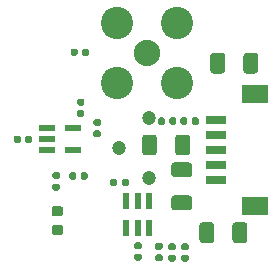
<source format=gbr>
G04 #@! TF.GenerationSoftware,KiCad,Pcbnew,(5.99.0-2215-gb084305b1)*
G04 #@! TF.CreationDate,2020-09-12T17:30:21-04:00*
G04 #@! TF.ProjectId,kicad-sipm,6b696361-642d-4736-9970-6d2e6b696361,rev?*
G04 #@! TF.SameCoordinates,Original*
G04 #@! TF.FileFunction,Soldermask,Top*
G04 #@! TF.FilePolarity,Negative*
%FSLAX46Y46*%
G04 Gerber Fmt 4.6, Leading zero omitted, Abs format (unit mm)*
G04 Created by KiCad (PCBNEW (5.99.0-2215-gb084305b1)) date 2020-09-12 17:30:21*
%MOMM*%
%LPD*%
G01*
G04 APERTURE LIST*
%ADD10R,1.473200X0.558800*%
%ADD11R,0.558800X1.473200*%
%ADD12C,2.240000*%
%ADD13C,2.740000*%
%ADD14R,2.209800X1.600200*%
%ADD15R,1.778000X0.711200*%
%ADD16C,1.200000*%
G04 APERTURE END LIST*
D10*
X91375000Y-98274999D03*
X91375000Y-99225000D03*
X91375000Y-100175001D03*
X93610200Y-100175001D03*
X93610200Y-98274999D03*
D11*
X98124999Y-106742600D03*
X99075000Y-106742600D03*
X100025001Y-106742600D03*
X100025001Y-104507400D03*
X99075000Y-104507400D03*
X98124999Y-104507400D03*
G36*
G01*
X93985000Y-91727500D02*
X93985000Y-92072500D01*
G75*
G02*
X93837500Y-92220000I-147500J0D01*
G01*
X93542500Y-92220000D01*
G75*
G02*
X93395000Y-92072500I0J147500D01*
G01*
X93395000Y-91727500D01*
G75*
G02*
X93542500Y-91580000I147500J0D01*
G01*
X93837500Y-91580000D01*
G75*
G02*
X93985000Y-91727500I0J-147500D01*
G01*
G37*
G36*
G01*
X94955000Y-91727500D02*
X94955000Y-92072500D01*
G75*
G02*
X94807500Y-92220000I-147500J0D01*
G01*
X94512500Y-92220000D01*
G75*
G02*
X94365000Y-92072500I0J147500D01*
G01*
X94365000Y-91727500D01*
G75*
G02*
X94512500Y-91580000I147500J0D01*
G01*
X94807500Y-91580000D01*
G75*
G02*
X94955000Y-91727500I0J-147500D01*
G01*
G37*
G36*
G01*
X95822500Y-98135000D02*
X95477500Y-98135000D01*
G75*
G02*
X95330000Y-97987500I0J147500D01*
G01*
X95330000Y-97692500D01*
G75*
G02*
X95477500Y-97545000I147500J0D01*
G01*
X95822500Y-97545000D01*
G75*
G02*
X95970000Y-97692500I0J-147500D01*
G01*
X95970000Y-97987500D01*
G75*
G02*
X95822500Y-98135000I-147500J0D01*
G01*
G37*
G36*
G01*
X95822500Y-99105000D02*
X95477500Y-99105000D01*
G75*
G02*
X95330000Y-98957500I0J147500D01*
G01*
X95330000Y-98662500D01*
G75*
G02*
X95477500Y-98515000I147500J0D01*
G01*
X95822500Y-98515000D01*
G75*
G02*
X95970000Y-98662500I0J-147500D01*
G01*
X95970000Y-98957500D01*
G75*
G02*
X95822500Y-99105000I-147500J0D01*
G01*
G37*
G36*
G01*
X92002500Y-103015000D02*
X92347500Y-103015000D01*
G75*
G02*
X92495000Y-103162500I0J-147500D01*
G01*
X92495000Y-103457500D01*
G75*
G02*
X92347500Y-103605000I-147500J0D01*
G01*
X92002500Y-103605000D01*
G75*
G02*
X91855000Y-103457500I0J147500D01*
G01*
X91855000Y-103162500D01*
G75*
G02*
X92002500Y-103015000I147500J0D01*
G01*
G37*
G36*
G01*
X92002500Y-102045000D02*
X92347500Y-102045000D01*
G75*
G02*
X92495000Y-102192500I0J-147500D01*
G01*
X92495000Y-102487500D01*
G75*
G02*
X92347500Y-102635000I-147500J0D01*
G01*
X92002500Y-102635000D01*
G75*
G02*
X91855000Y-102487500I0J147500D01*
G01*
X91855000Y-102192500D01*
G75*
G02*
X92002500Y-102045000I147500J0D01*
G01*
G37*
G36*
G01*
X94265000Y-102547500D02*
X94265000Y-102202500D01*
G75*
G02*
X94412500Y-102055000I147500J0D01*
G01*
X94707500Y-102055000D01*
G75*
G02*
X94855000Y-102202500I0J-147500D01*
G01*
X94855000Y-102547500D01*
G75*
G02*
X94707500Y-102695000I-147500J0D01*
G01*
X94412500Y-102695000D01*
G75*
G02*
X94265000Y-102547500I0J147500D01*
G01*
G37*
G36*
G01*
X93295000Y-102547500D02*
X93295000Y-102202500D01*
G75*
G02*
X93442500Y-102055000I147500J0D01*
G01*
X93737500Y-102055000D01*
G75*
G02*
X93885000Y-102202500I0J-147500D01*
G01*
X93885000Y-102547500D01*
G75*
G02*
X93737500Y-102695000I-147500J0D01*
G01*
X93442500Y-102695000D01*
G75*
G02*
X93295000Y-102547500I0J147500D01*
G01*
G37*
G36*
G01*
X103247500Y-108660000D02*
X102902500Y-108660000D01*
G75*
G02*
X102755000Y-108512500I0J147500D01*
G01*
X102755000Y-108217500D01*
G75*
G02*
X102902500Y-108070000I147500J0D01*
G01*
X103247500Y-108070000D01*
G75*
G02*
X103395000Y-108217500I0J-147500D01*
G01*
X103395000Y-108512500D01*
G75*
G02*
X103247500Y-108660000I-147500J0D01*
G01*
G37*
G36*
G01*
X103247500Y-109630000D02*
X102902500Y-109630000D01*
G75*
G02*
X102755000Y-109482500I0J147500D01*
G01*
X102755000Y-109187500D01*
G75*
G02*
X102902500Y-109040000I147500J0D01*
G01*
X103247500Y-109040000D01*
G75*
G02*
X103395000Y-109187500I0J-147500D01*
G01*
X103395000Y-109482500D01*
G75*
G02*
X103247500Y-109630000I-147500J0D01*
G01*
G37*
G36*
G01*
X101385000Y-97552500D02*
X101385000Y-97897500D01*
G75*
G02*
X101237500Y-98045000I-147500J0D01*
G01*
X100942500Y-98045000D01*
G75*
G02*
X100795000Y-97897500I0J147500D01*
G01*
X100795000Y-97552500D01*
G75*
G02*
X100942500Y-97405000I147500J0D01*
G01*
X101237500Y-97405000D01*
G75*
G02*
X101385000Y-97552500I0J-147500D01*
G01*
G37*
G36*
G01*
X102355000Y-97552500D02*
X102355000Y-97897500D01*
G75*
G02*
X102207500Y-98045000I-147500J0D01*
G01*
X101912500Y-98045000D01*
G75*
G02*
X101765000Y-97897500I0J147500D01*
G01*
X101765000Y-97552500D01*
G75*
G02*
X101912500Y-97405000I147500J0D01*
G01*
X102207500Y-97405000D01*
G75*
G02*
X102355000Y-97552500I0J-147500D01*
G01*
G37*
G36*
G01*
X103285000Y-97552500D02*
X103285000Y-97897500D01*
G75*
G02*
X103137500Y-98045000I-147500J0D01*
G01*
X102842500Y-98045000D01*
G75*
G02*
X102695000Y-97897500I0J147500D01*
G01*
X102695000Y-97552500D01*
G75*
G02*
X102842500Y-97405000I147500J0D01*
G01*
X103137500Y-97405000D01*
G75*
G02*
X103285000Y-97552500I0J-147500D01*
G01*
G37*
G36*
G01*
X104255000Y-97552500D02*
X104255000Y-97897500D01*
G75*
G02*
X104107500Y-98045000I-147500J0D01*
G01*
X103812500Y-98045000D01*
G75*
G02*
X103665000Y-97897500I0J147500D01*
G01*
X103665000Y-97552500D01*
G75*
G02*
X103812500Y-97405000I147500J0D01*
G01*
X104107500Y-97405000D01*
G75*
G02*
X104255000Y-97552500I0J-147500D01*
G01*
G37*
G36*
G01*
X92018750Y-106500000D02*
X92531250Y-106500000D01*
G75*
G02*
X92750000Y-106718750I0J-218750D01*
G01*
X92750000Y-107156250D01*
G75*
G02*
X92531250Y-107375000I-218750J0D01*
G01*
X92018750Y-107375000D01*
G75*
G02*
X91800000Y-107156250I0J218750D01*
G01*
X91800000Y-106718750D01*
G75*
G02*
X92018750Y-106500000I218750J0D01*
G01*
G37*
G36*
G01*
X92018750Y-104925000D02*
X92531250Y-104925000D01*
G75*
G02*
X92750000Y-105143750I0J-218750D01*
G01*
X92750000Y-105581250D01*
G75*
G02*
X92531250Y-105800000I-218750J0D01*
G01*
X92018750Y-105800000D01*
G75*
G02*
X91800000Y-105581250I0J218750D01*
G01*
X91800000Y-105143750D01*
G75*
G02*
X92018750Y-104925000I218750J0D01*
G01*
G37*
D12*
X99900000Y-91925000D03*
D13*
X97360000Y-89385000D03*
X102440000Y-89385000D03*
X102440000Y-94465000D03*
X97360000Y-94465000D03*
D14*
X109027000Y-95425200D03*
X109027000Y-104924800D03*
D15*
X105725000Y-102675000D03*
X105725000Y-101425000D03*
X105725000Y-100175000D03*
X105725000Y-98925000D03*
X105725000Y-97675000D03*
D16*
X97460000Y-100000000D03*
X100000000Y-102540000D03*
X100000000Y-97460000D03*
G36*
G01*
X98330000Y-102752500D02*
X98330000Y-103097500D01*
G75*
G02*
X98182500Y-103245000I-147500J0D01*
G01*
X97887500Y-103245000D01*
G75*
G02*
X97740000Y-103097500I0J147500D01*
G01*
X97740000Y-102752500D01*
G75*
G02*
X97887500Y-102605000I147500J0D01*
G01*
X98182500Y-102605000D01*
G75*
G02*
X98330000Y-102752500I0J-147500D01*
G01*
G37*
G36*
G01*
X97360000Y-102752500D02*
X97360000Y-103097500D01*
G75*
G02*
X97212500Y-103245000I-147500J0D01*
G01*
X96917500Y-103245000D01*
G75*
G02*
X96770000Y-103097500I0J147500D01*
G01*
X96770000Y-102752500D01*
G75*
G02*
X96917500Y-102605000I147500J0D01*
G01*
X97212500Y-102605000D01*
G75*
G02*
X97360000Y-102752500I0J-147500D01*
G01*
G37*
G36*
G01*
X88570000Y-99447500D02*
X88570000Y-99102500D01*
G75*
G02*
X88717500Y-98955000I147500J0D01*
G01*
X89012500Y-98955000D01*
G75*
G02*
X89160000Y-99102500I0J-147500D01*
G01*
X89160000Y-99447500D01*
G75*
G02*
X89012500Y-99595000I-147500J0D01*
G01*
X88717500Y-99595000D01*
G75*
G02*
X88570000Y-99447500I0J147500D01*
G01*
G37*
G36*
G01*
X89540000Y-99447500D02*
X89540000Y-99102500D01*
G75*
G02*
X89687500Y-98955000I147500J0D01*
G01*
X89982500Y-98955000D01*
G75*
G02*
X90130000Y-99102500I0J-147500D01*
G01*
X90130000Y-99447500D01*
G75*
G02*
X89982500Y-99595000I-147500J0D01*
G01*
X89687500Y-99595000D01*
G75*
G02*
X89540000Y-99447500I0J147500D01*
G01*
G37*
G36*
G01*
X94415100Y-97380000D02*
X94070100Y-97380000D01*
G75*
G02*
X93922600Y-97232500I0J147500D01*
G01*
X93922600Y-96937500D01*
G75*
G02*
X94070100Y-96790000I147500J0D01*
G01*
X94415100Y-96790000D01*
G75*
G02*
X94562600Y-96937500I0J-147500D01*
G01*
X94562600Y-97232500D01*
G75*
G02*
X94415100Y-97380000I-147500J0D01*
G01*
G37*
G36*
G01*
X94415100Y-96410000D02*
X94070100Y-96410000D01*
G75*
G02*
X93922600Y-96262500I0J147500D01*
G01*
X93922600Y-95967500D01*
G75*
G02*
X94070100Y-95820000I147500J0D01*
G01*
X94415100Y-95820000D01*
G75*
G02*
X94562600Y-95967500I0J-147500D01*
G01*
X94562600Y-96262500D01*
G75*
G02*
X94415100Y-96410000I-147500J0D01*
G01*
G37*
G36*
G01*
X99272500Y-109530000D02*
X98927500Y-109530000D01*
G75*
G02*
X98780000Y-109382500I0J147500D01*
G01*
X98780000Y-109087500D01*
G75*
G02*
X98927500Y-108940000I147500J0D01*
G01*
X99272500Y-108940000D01*
G75*
G02*
X99420000Y-109087500I0J-147500D01*
G01*
X99420000Y-109382500D01*
G75*
G02*
X99272500Y-109530000I-147500J0D01*
G01*
G37*
G36*
G01*
X99272500Y-108560000D02*
X98927500Y-108560000D01*
G75*
G02*
X98780000Y-108412500I0J147500D01*
G01*
X98780000Y-108117500D01*
G75*
G02*
X98927500Y-107970000I147500J0D01*
G01*
X99272500Y-107970000D01*
G75*
G02*
X99420000Y-108117500I0J-147500D01*
G01*
X99420000Y-108412500D01*
G75*
G02*
X99272500Y-108560000I-147500J0D01*
G01*
G37*
G36*
G01*
X105550000Y-106550000D02*
X105550000Y-107800000D01*
G75*
G02*
X105300000Y-108050000I-250000J0D01*
G01*
X104550000Y-108050000D01*
G75*
G02*
X104300000Y-107800000I0J250000D01*
G01*
X104300000Y-106550000D01*
G75*
G02*
X104550000Y-106300000I250000J0D01*
G01*
X105300000Y-106300000D01*
G75*
G02*
X105550000Y-106550000I0J-250000D01*
G01*
G37*
G36*
G01*
X108350000Y-106550000D02*
X108350000Y-107800000D01*
G75*
G02*
X108100000Y-108050000I-250000J0D01*
G01*
X107350000Y-108050000D01*
G75*
G02*
X107100000Y-107800000I0J250000D01*
G01*
X107100000Y-106550000D01*
G75*
G02*
X107350000Y-106300000I250000J0D01*
G01*
X108100000Y-106300000D01*
G75*
G02*
X108350000Y-106550000I0J-250000D01*
G01*
G37*
G36*
G01*
X101802500Y-108070000D02*
X102147500Y-108070000D01*
G75*
G02*
X102295000Y-108217500I0J-147500D01*
G01*
X102295000Y-108512500D01*
G75*
G02*
X102147500Y-108660000I-147500J0D01*
G01*
X101802500Y-108660000D01*
G75*
G02*
X101655000Y-108512500I0J147500D01*
G01*
X101655000Y-108217500D01*
G75*
G02*
X101802500Y-108070000I147500J0D01*
G01*
G37*
G36*
G01*
X101802500Y-109040000D02*
X102147500Y-109040000D01*
G75*
G02*
X102295000Y-109187500I0J-147500D01*
G01*
X102295000Y-109482500D01*
G75*
G02*
X102147500Y-109630000I-147500J0D01*
G01*
X101802500Y-109630000D01*
G75*
G02*
X101655000Y-109482500I0J147500D01*
G01*
X101655000Y-109187500D01*
G75*
G02*
X101802500Y-109040000I147500J0D01*
G01*
G37*
G36*
G01*
X103425000Y-102475000D02*
X102175000Y-102475000D01*
G75*
G02*
X101925000Y-102225000I0J250000D01*
G01*
X101925000Y-101475000D01*
G75*
G02*
X102175000Y-101225000I250000J0D01*
G01*
X103425000Y-101225000D01*
G75*
G02*
X103675000Y-101475000I0J-250000D01*
G01*
X103675000Y-102225000D01*
G75*
G02*
X103425000Y-102475000I-250000J0D01*
G01*
G37*
G36*
G01*
X103425000Y-105275000D02*
X102175000Y-105275000D01*
G75*
G02*
X101925000Y-105025000I0J250000D01*
G01*
X101925000Y-104275000D01*
G75*
G02*
X102175000Y-104025000I250000J0D01*
G01*
X103425000Y-104025000D01*
G75*
G02*
X103675000Y-104275000I0J-250000D01*
G01*
X103675000Y-105025000D01*
G75*
G02*
X103425000Y-105275000I-250000J0D01*
G01*
G37*
G36*
G01*
X100702500Y-108045000D02*
X101047500Y-108045000D01*
G75*
G02*
X101195000Y-108192500I0J-147500D01*
G01*
X101195000Y-108487500D01*
G75*
G02*
X101047500Y-108635000I-147500J0D01*
G01*
X100702500Y-108635000D01*
G75*
G02*
X100555000Y-108487500I0J147500D01*
G01*
X100555000Y-108192500D01*
G75*
G02*
X100702500Y-108045000I147500J0D01*
G01*
G37*
G36*
G01*
X100702500Y-109015000D02*
X101047500Y-109015000D01*
G75*
G02*
X101195000Y-109162500I0J-147500D01*
G01*
X101195000Y-109457500D01*
G75*
G02*
X101047500Y-109605000I-147500J0D01*
G01*
X100702500Y-109605000D01*
G75*
G02*
X100555000Y-109457500I0J147500D01*
G01*
X100555000Y-109162500D01*
G75*
G02*
X100702500Y-109015000I147500J0D01*
G01*
G37*
G36*
G01*
X102250000Y-100375000D02*
X102250000Y-99125000D01*
G75*
G02*
X102500000Y-98875000I250000J0D01*
G01*
X103250000Y-98875000D01*
G75*
G02*
X103500000Y-99125000I0J-250000D01*
G01*
X103500000Y-100375000D01*
G75*
G02*
X103250000Y-100625000I-250000J0D01*
G01*
X102500000Y-100625000D01*
G75*
G02*
X102250000Y-100375000I0J250000D01*
G01*
G37*
G36*
G01*
X99450000Y-100375000D02*
X99450000Y-99125000D01*
G75*
G02*
X99700000Y-98875000I250000J0D01*
G01*
X100450000Y-98875000D01*
G75*
G02*
X100700000Y-99125000I0J-250000D01*
G01*
X100700000Y-100375000D01*
G75*
G02*
X100450000Y-100625000I-250000J0D01*
G01*
X99700000Y-100625000D01*
G75*
G02*
X99450000Y-100375000I0J250000D01*
G01*
G37*
G36*
G01*
X108025000Y-93450000D02*
X108025000Y-92200000D01*
G75*
G02*
X108275000Y-91950000I250000J0D01*
G01*
X109025000Y-91950000D01*
G75*
G02*
X109275000Y-92200000I0J-250000D01*
G01*
X109275000Y-93450000D01*
G75*
G02*
X109025000Y-93700000I-250000J0D01*
G01*
X108275000Y-93700000D01*
G75*
G02*
X108025000Y-93450000I0J250000D01*
G01*
G37*
G36*
G01*
X105225000Y-93450000D02*
X105225000Y-92200000D01*
G75*
G02*
X105475000Y-91950000I250000J0D01*
G01*
X106225000Y-91950000D01*
G75*
G02*
X106475000Y-92200000I0J-250000D01*
G01*
X106475000Y-93450000D01*
G75*
G02*
X106225000Y-93700000I-250000J0D01*
G01*
X105475000Y-93700000D01*
G75*
G02*
X105225000Y-93450000I0J250000D01*
G01*
G37*
M02*

</source>
